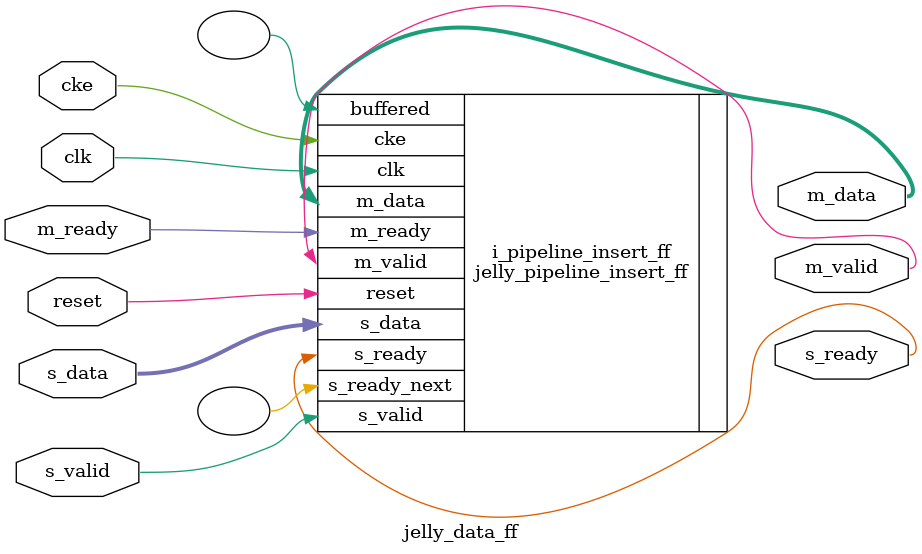
<source format=v>




`timescale 1ns / 1ps
`default_nettype none



// insert FF
module jelly_data_ff
        #(
            parameter   DATA_WIDTH = 8,
            parameter   S_REGS     = 1,
            parameter   M_REGS     = 1,
            
            parameter   DATA_BITS  = DATA_WIDTH > 0 ? DATA_WIDTH : 1,
            parameter   INIT_DATA  = {DATA_BITS{1'bx}}
        )
        (
            input   wire                        reset,
            input   wire                        clk,
            input   wire                        cke,
            
            // slave port
            input   wire    [DATA_BITS-1:0]     s_data,
            input   wire                        s_valid,
            output  wire                        s_ready,
            
            // master port
            output  wire    [DATA_BITS-1:0]     m_data,
            output  wire                        m_valid,
            input   wire                        m_ready
        );
    
    
    jelly_pipeline_insert_ff
            #(
                .DATA_WIDTH     (DATA_BITS),
                .SLAVE_REGS     (S_REGS),
                .MASTER_REGS    (M_REGS),
                .INIT_DATA      (INIT_DATA)
            )
        i_pipeline_insert_ff
            (
                .reset          (reset),
                .clk            (clk),
                .cke            (cke),
                
                .s_data         (s_data),
                .s_valid        (s_valid),
                .s_ready        (s_ready),
                
                .m_data         (m_data),
                .m_valid        (m_valid),
                .m_ready        (m_ready),
                
                .buffered       (),
                .s_ready_next   ()
            );
    
    
endmodule


`default_nettype wire


// end of file

</source>
